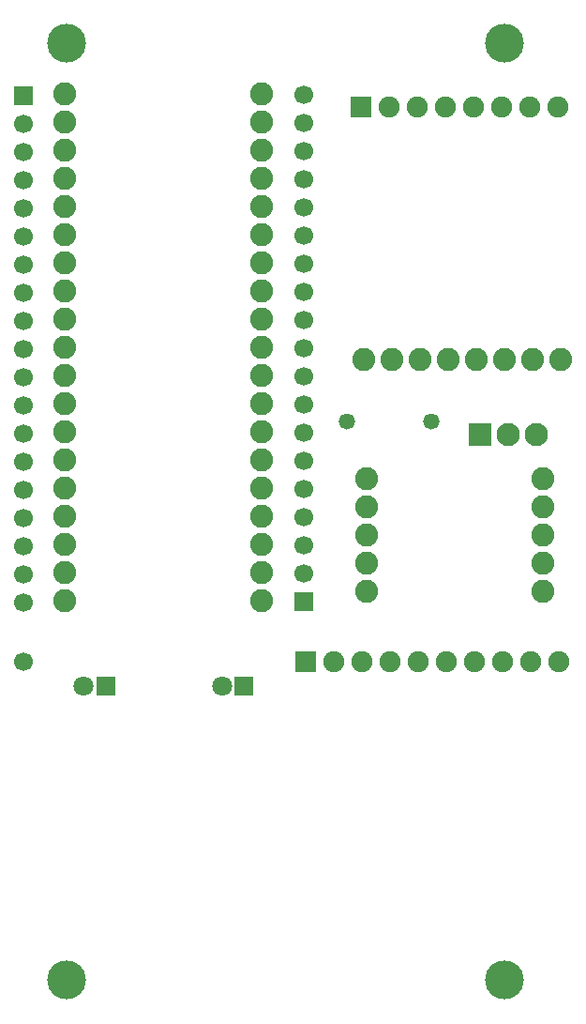
<source format=gbr>
G04 DipTrace 3.0.0.1*
G04 TopMask.gbr*
%MOIN*%
G04 #@! TF.FileFunction,Soldermask,Top*
G04 #@! TF.Part,Single*
%ADD21R,0.066929X0.066929*%
%ADD22C,0.066929*%
%ADD25R,0.074803X0.074803*%
%ADD26C,0.074803*%
%ADD32C,0.137795*%
%ADD41C,0.066929*%
%ADD43C,0.057874*%
%ADD45C,0.057874*%
%ADD47C,0.082677*%
%ADD48R,0.082677X0.082677*%
%ADD49C,0.070866*%
%ADD51R,0.070866X0.070866*%
%ADD55C,0.081874*%
%FSLAX26Y26*%
G04*
G70*
G90*
G75*
G01*
G04 TopMask*
%LPD*%
D55*
X680575Y3599043D3*
Y3499043D3*
Y3399043D3*
Y3299043D3*
Y3199043D3*
Y3099043D3*
Y2999043D3*
Y2899043D3*
Y2799043D3*
Y2699043D3*
Y2599043D3*
Y2499043D3*
X680757Y2399458D3*
Y2299458D3*
Y2199458D3*
Y2099458D3*
Y1999458D3*
Y1899458D3*
X1380757Y3599458D3*
Y3499458D3*
Y3399458D3*
Y3299458D3*
Y3199458D3*
Y3099458D3*
Y2999458D3*
Y2899458D3*
Y2799458D3*
Y2699458D3*
Y2599458D3*
Y2499458D3*
Y2399458D3*
Y2299458D3*
Y2199458D3*
Y2099458D3*
Y1999458D3*
Y1899458D3*
X680575Y3699043D3*
X1380575D3*
X1746381Y2754374D3*
X1846381D3*
X1946381D3*
X2046381D3*
X2146381D3*
X2246381D3*
X2346381D3*
X2446381D3*
X1755068Y2332726D3*
Y2232726D3*
Y2132726D3*
Y2032726D3*
Y1932726D3*
X2380068Y2332726D3*
Y2232726D3*
Y2132726D3*
Y2032726D3*
Y1932726D3*
D21*
X534596Y3690993D3*
D22*
Y3590993D3*
Y3490993D3*
Y3390993D3*
Y3290993D3*
Y3190993D3*
Y3090993D3*
Y2990993D3*
Y2890993D3*
Y2790993D3*
Y2690993D3*
Y2590993D3*
Y2490993D3*
Y2390993D3*
Y2290993D3*
Y2190993D3*
Y2090993D3*
Y1990993D3*
Y1890993D3*
D21*
X1530085Y1894954D3*
D22*
Y1994954D3*
Y2094954D3*
Y2194954D3*
Y2294954D3*
Y2394954D3*
Y2494954D3*
Y2594954D3*
Y2694954D3*
Y2794954D3*
Y2894954D3*
Y2994954D3*
Y3094954D3*
Y3194954D3*
Y3294954D3*
Y3394954D3*
Y3494954D3*
Y3594954D3*
Y3694954D3*
D25*
X1735383Y3651623D3*
D26*
X1835383D3*
X1935383D3*
X2035383D3*
X2135383D3*
X2235383D3*
X2335383D3*
X2435383D3*
D25*
X1538533Y1683119D3*
D26*
X1638533D3*
X1738533D3*
X1838533D3*
X1938533D3*
X2038533D3*
X2138533D3*
X2238533D3*
X2338533D3*
X2438533D3*
D51*
X826770Y1594488D3*
D49*
X748030D3*
D51*
X1318896D3*
D49*
X1240156D3*
D48*
X2159005Y2490206D3*
D47*
X2259005D3*
X2359005D3*
D45*
X1683808Y2537056D3*
D43*
X1983808D3*
D32*
X2244093Y551181D3*
X688976D3*
X2244093Y3877953D3*
X688976D3*
D41*
X534596Y1683119D3*
M02*

</source>
